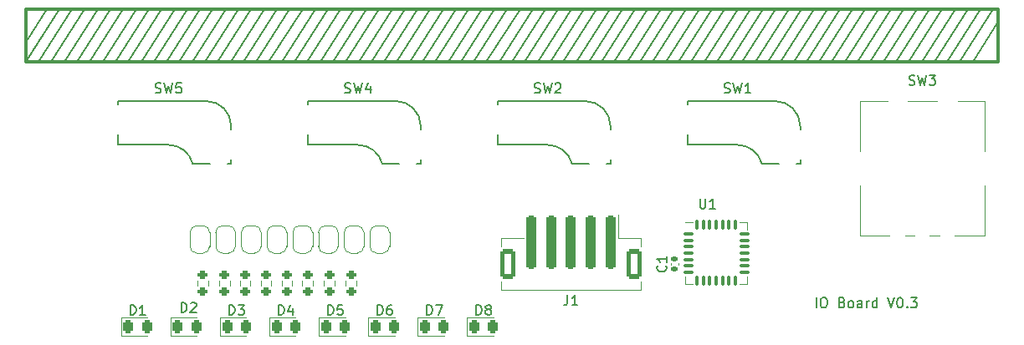
<source format=gto>
G04 #@! TF.GenerationSoftware,KiCad,Pcbnew,6.0.11-2627ca5db0~126~ubuntu22.04.1*
G04 #@! TF.CreationDate,2024-06-10T15:46:39-04:00*
G04 #@! TF.ProjectId,io-board,696f2d62-6f61-4726-942e-6b696361645f,rev?*
G04 #@! TF.SameCoordinates,Original*
G04 #@! TF.FileFunction,Legend,Top*
G04 #@! TF.FilePolarity,Positive*
%FSLAX46Y46*%
G04 Gerber Fmt 4.6, Leading zero omitted, Abs format (unit mm)*
G04 Created by KiCad (PCBNEW 6.0.11-2627ca5db0~126~ubuntu22.04.1) date 2024-06-10 15:46:39*
%MOMM*%
%LPD*%
G01*
G04 APERTURE LIST*
G04 Aperture macros list*
%AMRoundRect*
0 Rectangle with rounded corners*
0 $1 Rounding radius*
0 $2 $3 $4 $5 $6 $7 $8 $9 X,Y pos of 4 corners*
0 Add a 4 corners polygon primitive as box body*
4,1,4,$2,$3,$4,$5,$6,$7,$8,$9,$2,$3,0*
0 Add four circle primitives for the rounded corners*
1,1,$1+$1,$2,$3*
1,1,$1+$1,$4,$5*
1,1,$1+$1,$6,$7*
1,1,$1+$1,$8,$9*
0 Add four rect primitives between the rounded corners*
20,1,$1+$1,$2,$3,$4,$5,0*
20,1,$1+$1,$4,$5,$6,$7,0*
20,1,$1+$1,$6,$7,$8,$9,0*
20,1,$1+$1,$8,$9,$2,$3,0*%
%AMFreePoly0*
4,1,22,0.500000,-0.750000,0.000000,-0.750000,0.000000,-0.745033,-0.079941,-0.743568,-0.215256,-0.701293,-0.333266,-0.622738,-0.424486,-0.514219,-0.481581,-0.384460,-0.499164,-0.250000,-0.500000,-0.250000,-0.500000,0.250000,-0.499164,0.250000,-0.499963,0.256109,-0.478152,0.396186,-0.417904,0.524511,-0.324060,0.630769,-0.204165,0.706417,-0.067858,0.745374,0.000000,0.744959,0.000000,0.750000,
0.500000,0.750000,0.500000,-0.750000,0.500000,-0.750000,$1*%
%AMFreePoly1*
4,1,20,0.000000,0.744959,0.073905,0.744508,0.209726,0.703889,0.328688,0.626782,0.421226,0.519385,0.479903,0.390333,0.500000,0.250000,0.500000,-0.250000,0.499851,-0.262216,0.476331,-0.402017,0.414519,-0.529596,0.319384,-0.634700,0.198574,-0.708877,0.061801,-0.746166,0.000000,-0.745033,0.000000,-0.750000,-0.500000,-0.750000,-0.500000,0.750000,0.000000,0.750000,0.000000,0.744959,
0.000000,0.744959,$1*%
G04 Aperture macros list end*
%ADD10C,0.150000*%
%ADD11C,0.300000*%
%ADD12C,0.120000*%
%ADD13FreePoly0,90.000000*%
%ADD14FreePoly1,90.000000*%
%ADD15RoundRect,0.243750X-0.243750X-0.456250X0.243750X-0.456250X0.243750X0.456250X-0.243750X0.456250X0*%
%ADD16RoundRect,0.200000X-0.275000X0.200000X-0.275000X-0.200000X0.275000X-0.200000X0.275000X0.200000X0*%
%ADD17RoundRect,0.140000X-0.170000X0.140000X-0.170000X-0.140000X0.170000X-0.140000X0.170000X0.140000X0*%
%ADD18RoundRect,0.250000X0.250000X2.500000X-0.250000X2.500000X-0.250000X-2.500000X0.250000X-2.500000X0*%
%ADD19RoundRect,0.250000X0.550000X1.250000X-0.550000X1.250000X-0.550000X-1.250000X0.550000X-1.250000X0*%
%ADD20C,5.600000*%
%ADD21RoundRect,0.075000X-0.437500X-0.075000X0.437500X-0.075000X0.437500X0.075000X-0.437500X0.075000X0*%
%ADD22RoundRect,0.075000X-0.075000X-0.437500X0.075000X-0.437500X0.075000X0.437500X-0.075000X0.437500X0*%
%ADD23R,4.250000X4.250000*%
%ADD24C,1.524000*%
%ADD25O,2.900000X3.000000*%
%ADD26C,3.000000*%
%ADD27C,1.701800*%
%ADD28C,3.987800*%
%ADD29R,2.550000X2.500000*%
G04 APERTURE END LIST*
D10*
X109747598Y-69910000D02*
X106357598Y-75250000D01*
X168022598Y-69910000D02*
X164632598Y-75250000D01*
X122697598Y-69910000D02*
X119307598Y-75250000D01*
X101967598Y-69940000D02*
X98672598Y-75110000D01*
X139532598Y-69910000D02*
X136142598Y-75250000D01*
X166727598Y-69910000D02*
X163337598Y-75250000D01*
X131762598Y-69910000D02*
X128372598Y-75250000D01*
X191332598Y-69910000D02*
X187942598Y-75250000D01*
X127877598Y-69910000D02*
X124487598Y-75250000D01*
X161547598Y-69910000D02*
X158157598Y-75250000D01*
X125287598Y-69910000D02*
X121897598Y-75250000D01*
X116222598Y-69910000D02*
X112832598Y-75250000D01*
X153777598Y-69910000D02*
X150387598Y-75250000D01*
X191332598Y-69910000D02*
X187942598Y-75250000D01*
X162842598Y-69910000D02*
X159452598Y-75250000D01*
X105862598Y-69910000D02*
X102472598Y-75250000D01*
X143417598Y-69910000D02*
X140027598Y-75250000D01*
X174497598Y-69910000D02*
X171107598Y-75250000D01*
X108452598Y-69910000D02*
X105062598Y-75250000D01*
X147302598Y-69910000D02*
X143912598Y-75250000D01*
X105862598Y-69910000D02*
X102472598Y-75250000D01*
X193922598Y-69910000D02*
X190532598Y-75250000D01*
X171907598Y-69910000D02*
X168517598Y-75250000D01*
X183562598Y-69910000D02*
X180172598Y-75250000D01*
X147302598Y-69910000D02*
X143912598Y-75250000D01*
X156367598Y-69910000D02*
X152977598Y-75250000D01*
X169317598Y-69910000D02*
X165927598Y-75250000D01*
X135647598Y-69910000D02*
X132257598Y-75250000D01*
X144712598Y-69910000D02*
X141322598Y-75250000D01*
X120107598Y-69910000D02*
X116717598Y-75250000D01*
X178382598Y-69910000D02*
X174992598Y-75250000D01*
X148597598Y-69910000D02*
X145207598Y-75250000D01*
X153777598Y-69910000D02*
X150387598Y-75250000D01*
X117517598Y-69910000D02*
X114127598Y-75250000D01*
X175792598Y-69910000D02*
X172402598Y-75250000D01*
X195217598Y-69910000D02*
X191827598Y-75250000D01*
X157662598Y-69910000D02*
X154272598Y-75250000D01*
X100720098Y-69925000D02*
X98672598Y-73110000D01*
X184857598Y-69910000D02*
X181467598Y-75250000D01*
X182267598Y-69910000D02*
X178877598Y-75250000D01*
X186152598Y-69910000D02*
X182762598Y-75250000D01*
X157662598Y-69910000D02*
X154272598Y-75250000D01*
X170612598Y-69910000D02*
X167222598Y-75250000D01*
X125287598Y-69910000D02*
X121897598Y-75250000D01*
X155072598Y-69910000D02*
X151682598Y-75250000D01*
X142122598Y-69910000D02*
X138732598Y-75250000D01*
X195217598Y-69910000D02*
X191827598Y-75250000D01*
X112337598Y-69910000D02*
X108947598Y-75250000D01*
X192627598Y-69910000D02*
X189237598Y-75250000D01*
X184857598Y-69910000D02*
X181467598Y-75250000D01*
X107157598Y-69910000D02*
X103767598Y-75250000D01*
X133057598Y-69910000D02*
X129667598Y-75250000D01*
X188742598Y-69910000D02*
X185352598Y-75250000D01*
X195217598Y-69910000D02*
X191827598Y-75250000D01*
X138237598Y-69910000D02*
X134847598Y-75250000D01*
X140827598Y-69910000D02*
X137437598Y-75250000D01*
X109747598Y-69910000D02*
X106357598Y-75250000D01*
X136942598Y-69910000D02*
X133552598Y-75250000D01*
X175792598Y-69910000D02*
X172402598Y-75250000D01*
X144712598Y-69910000D02*
X141322598Y-75250000D01*
X165432598Y-69910000D02*
X162042598Y-75250000D01*
X136942598Y-69910000D02*
X133552598Y-75250000D01*
X195217598Y-69910000D02*
X191827598Y-75250000D01*
X130467598Y-69910000D02*
X127077598Y-75250000D01*
X123992598Y-69910000D02*
X120602598Y-75250000D01*
X161547598Y-69910000D02*
X158157598Y-75250000D01*
X149892598Y-69910000D02*
X146502598Y-75250000D01*
X173202598Y-69910000D02*
X169812598Y-75250000D01*
X121402598Y-69910000D02*
X118012598Y-75250000D01*
X178382598Y-69910000D02*
X174992598Y-75250000D01*
X117517598Y-69910000D02*
X114127598Y-75250000D01*
X192627598Y-69910000D02*
X189237598Y-75250000D01*
X187447598Y-69910000D02*
X184057598Y-75250000D01*
X114927598Y-69910000D02*
X111537598Y-75250000D01*
X108452598Y-69910000D02*
X105062598Y-75250000D01*
X118812598Y-69910000D02*
X115422598Y-75250000D01*
X196512598Y-69910000D02*
X193122598Y-75250000D01*
X122697598Y-69910000D02*
X119307598Y-75250000D01*
X170612598Y-69910000D02*
X167222598Y-75250000D01*
X129172598Y-69910000D02*
X125782598Y-75250000D01*
X111042598Y-69910000D02*
X107652598Y-75250000D01*
X127877598Y-69910000D02*
X124487598Y-75250000D01*
X103272598Y-69910000D02*
X99882598Y-75250000D01*
X103262598Y-69940000D02*
X99872598Y-75280000D01*
X155072598Y-69910000D02*
X151682598Y-75250000D01*
X194417598Y-75250000D02*
X196972598Y-71210000D01*
X113632598Y-69910000D02*
X110242598Y-75250000D01*
X182267598Y-69910000D02*
X178877598Y-75250000D01*
X113632598Y-69910000D02*
X110242598Y-75250000D01*
X196512598Y-69910000D02*
X193122598Y-75250000D01*
X196512598Y-69910000D02*
X193122598Y-75250000D01*
X142122598Y-69910000D02*
X138732598Y-75250000D01*
X139532598Y-69910000D02*
X136142598Y-75250000D01*
X179677598Y-69910000D02*
X176287598Y-75250000D01*
X102025098Y-69895000D02*
X98635098Y-75235000D01*
X190037598Y-69910000D02*
X186647598Y-75250000D01*
X134352598Y-69910000D02*
X130962598Y-75250000D01*
X158957598Y-69910000D02*
X155567598Y-75250000D01*
X104567598Y-69910000D02*
X101177598Y-75250000D01*
X151187598Y-69910000D02*
X147797598Y-75250000D01*
X188742598Y-69910000D02*
X185352598Y-75250000D01*
X152482598Y-69910000D02*
X149092598Y-75250000D01*
X121402598Y-69910000D02*
X118012598Y-75250000D01*
X140827598Y-69910000D02*
X137437598Y-75250000D01*
X114927598Y-69910000D02*
X111537598Y-75250000D01*
X179677598Y-69910000D02*
X176287598Y-75250000D01*
X104567598Y-69910000D02*
X101177598Y-75250000D01*
X134352598Y-69910000D02*
X130962598Y-75250000D01*
X111042598Y-69910000D02*
X107652598Y-75250000D01*
X123992598Y-69910000D02*
X120602598Y-75250000D01*
X164137598Y-69910000D02*
X160747598Y-75250000D01*
X177087598Y-69910000D02*
X173697598Y-75250000D01*
X180972598Y-69910000D02*
X177582598Y-75250000D01*
X193922598Y-69910000D02*
X190532598Y-75250000D01*
X112337598Y-69910000D02*
X108947598Y-75250000D01*
X171907598Y-69910000D02*
X168517598Y-75250000D01*
X173202598Y-69910000D02*
X169812598Y-75250000D01*
X166727598Y-69910000D02*
X163337598Y-75250000D01*
X149892598Y-69910000D02*
X146502598Y-75250000D01*
X160252598Y-69910000D02*
X156862598Y-75250000D01*
X138237598Y-69910000D02*
X134847598Y-75250000D01*
X146007598Y-69910000D02*
X142617598Y-75250000D01*
X126582598Y-69910000D02*
X123192598Y-75250000D01*
X165432598Y-69910000D02*
X162042598Y-75250000D01*
X131762598Y-69910000D02*
X128372598Y-75250000D01*
X152482598Y-69910000D02*
X149092598Y-75250000D01*
X130467598Y-69910000D02*
X127077598Y-75250000D01*
X160252598Y-69910000D02*
X156862598Y-75250000D01*
X187447598Y-69910000D02*
X184057598Y-75250000D01*
X158957598Y-69910000D02*
X155567598Y-75250000D01*
X129172598Y-69910000D02*
X125782598Y-75250000D01*
X196512598Y-69910000D02*
X193122598Y-75250000D01*
X180972598Y-69910000D02*
X177582598Y-75250000D01*
X148597598Y-69910000D02*
X145207598Y-75250000D01*
X174497598Y-69910000D02*
X171107598Y-75250000D01*
X164137598Y-69910000D02*
X160747598Y-75250000D01*
X186152598Y-69910000D02*
X182762598Y-75250000D01*
X126582598Y-69910000D02*
X123192598Y-75250000D01*
X151187598Y-69910000D02*
X147797598Y-75250000D01*
X168022598Y-69910000D02*
X164632598Y-75250000D01*
X162842598Y-69910000D02*
X159452598Y-75250000D01*
X102015098Y-69925000D02*
X98625098Y-75265000D01*
X146007598Y-69910000D02*
X142617598Y-75250000D01*
X135647598Y-69910000D02*
X132257598Y-75250000D01*
X116222598Y-69910000D02*
X112832598Y-75250000D01*
X143417598Y-69910000D02*
X140027598Y-75250000D01*
X107157598Y-69910000D02*
X103767598Y-75250000D01*
X190037598Y-69910000D02*
X186647598Y-75250000D01*
X169317598Y-69910000D02*
X165927598Y-75250000D01*
X177087598Y-69910000D02*
X173697598Y-75250000D01*
X118812598Y-69910000D02*
X115422598Y-75250000D01*
X133057598Y-69910000D02*
X129667598Y-75250000D01*
X183562598Y-69910000D02*
X180172598Y-75250000D01*
X156367598Y-69910000D02*
X152977598Y-75250000D01*
X120107598Y-69910000D02*
X116717598Y-75250000D01*
D11*
X98592598Y-69950000D02*
X196972598Y-69950000D01*
X196972598Y-69950000D02*
X196972598Y-75250000D01*
X196972598Y-75250000D02*
X98592598Y-75250000D01*
X98592598Y-75250000D02*
X98592598Y-69950000D01*
D10*
X178578571Y-100152380D02*
X178578571Y-99152380D01*
X179245238Y-99152380D02*
X179435714Y-99152380D01*
X179530952Y-99200000D01*
X179626190Y-99295238D01*
X179673809Y-99485714D01*
X179673809Y-99819047D01*
X179626190Y-100009523D01*
X179530952Y-100104761D01*
X179435714Y-100152380D01*
X179245238Y-100152380D01*
X179150000Y-100104761D01*
X179054761Y-100009523D01*
X179007142Y-99819047D01*
X179007142Y-99485714D01*
X179054761Y-99295238D01*
X179150000Y-99200000D01*
X179245238Y-99152380D01*
X181197619Y-99628571D02*
X181340476Y-99676190D01*
X181388095Y-99723809D01*
X181435714Y-99819047D01*
X181435714Y-99961904D01*
X181388095Y-100057142D01*
X181340476Y-100104761D01*
X181245238Y-100152380D01*
X180864285Y-100152380D01*
X180864285Y-99152380D01*
X181197619Y-99152380D01*
X181292857Y-99200000D01*
X181340476Y-99247619D01*
X181388095Y-99342857D01*
X181388095Y-99438095D01*
X181340476Y-99533333D01*
X181292857Y-99580952D01*
X181197619Y-99628571D01*
X180864285Y-99628571D01*
X182007142Y-100152380D02*
X181911904Y-100104761D01*
X181864285Y-100057142D01*
X181816666Y-99961904D01*
X181816666Y-99676190D01*
X181864285Y-99580952D01*
X181911904Y-99533333D01*
X182007142Y-99485714D01*
X182150000Y-99485714D01*
X182245238Y-99533333D01*
X182292857Y-99580952D01*
X182340476Y-99676190D01*
X182340476Y-99961904D01*
X182292857Y-100057142D01*
X182245238Y-100104761D01*
X182150000Y-100152380D01*
X182007142Y-100152380D01*
X183197619Y-100152380D02*
X183197619Y-99628571D01*
X183150000Y-99533333D01*
X183054761Y-99485714D01*
X182864285Y-99485714D01*
X182769047Y-99533333D01*
X183197619Y-100104761D02*
X183102380Y-100152380D01*
X182864285Y-100152380D01*
X182769047Y-100104761D01*
X182721428Y-100009523D01*
X182721428Y-99914285D01*
X182769047Y-99819047D01*
X182864285Y-99771428D01*
X183102380Y-99771428D01*
X183197619Y-99723809D01*
X183673809Y-100152380D02*
X183673809Y-99485714D01*
X183673809Y-99676190D02*
X183721428Y-99580952D01*
X183769047Y-99533333D01*
X183864285Y-99485714D01*
X183959523Y-99485714D01*
X184721428Y-100152380D02*
X184721428Y-99152380D01*
X184721428Y-100104761D02*
X184626190Y-100152380D01*
X184435714Y-100152380D01*
X184340476Y-100104761D01*
X184292857Y-100057142D01*
X184245238Y-99961904D01*
X184245238Y-99676190D01*
X184292857Y-99580952D01*
X184340476Y-99533333D01*
X184435714Y-99485714D01*
X184626190Y-99485714D01*
X184721428Y-99533333D01*
X185816666Y-99152380D02*
X186150000Y-100152380D01*
X186483333Y-99152380D01*
X187007142Y-99152380D02*
X187102380Y-99152380D01*
X187197619Y-99200000D01*
X187245238Y-99247619D01*
X187292857Y-99342857D01*
X187340476Y-99533333D01*
X187340476Y-99771428D01*
X187292857Y-99961904D01*
X187245238Y-100057142D01*
X187197619Y-100104761D01*
X187102380Y-100152380D01*
X187007142Y-100152380D01*
X186911904Y-100104761D01*
X186864285Y-100057142D01*
X186816666Y-99961904D01*
X186769047Y-99771428D01*
X186769047Y-99533333D01*
X186816666Y-99342857D01*
X186864285Y-99247619D01*
X186911904Y-99200000D01*
X187007142Y-99152380D01*
X187769047Y-100057142D02*
X187816666Y-100104761D01*
X187769047Y-100152380D01*
X187721428Y-100104761D01*
X187769047Y-100057142D01*
X187769047Y-100152380D01*
X188150000Y-99152380D02*
X188769047Y-99152380D01*
X188435714Y-99533333D01*
X188578571Y-99533333D01*
X188673809Y-99580952D01*
X188721428Y-99628571D01*
X188769047Y-99723809D01*
X188769047Y-99961904D01*
X188721428Y-100057142D01*
X188673809Y-100104761D01*
X188578571Y-100152380D01*
X188292857Y-100152380D01*
X188197619Y-100104761D01*
X188150000Y-100057142D01*
X119161904Y-100902380D02*
X119161904Y-99902380D01*
X119400000Y-99902380D01*
X119542857Y-99950000D01*
X119638095Y-100045238D01*
X119685714Y-100140476D01*
X119733333Y-100330952D01*
X119733333Y-100473809D01*
X119685714Y-100664285D01*
X119638095Y-100759523D01*
X119542857Y-100854761D01*
X119400000Y-100902380D01*
X119161904Y-100902380D01*
X120066666Y-99902380D02*
X120685714Y-99902380D01*
X120352380Y-100283333D01*
X120495238Y-100283333D01*
X120590476Y-100330952D01*
X120638095Y-100378571D01*
X120685714Y-100473809D01*
X120685714Y-100711904D01*
X120638095Y-100807142D01*
X120590476Y-100854761D01*
X120495238Y-100902380D01*
X120209523Y-100902380D01*
X120114285Y-100854761D01*
X120066666Y-100807142D01*
X129161904Y-100902380D02*
X129161904Y-99902380D01*
X129400000Y-99902380D01*
X129542857Y-99950000D01*
X129638095Y-100045238D01*
X129685714Y-100140476D01*
X129733333Y-100330952D01*
X129733333Y-100473809D01*
X129685714Y-100664285D01*
X129638095Y-100759523D01*
X129542857Y-100854761D01*
X129400000Y-100902380D01*
X129161904Y-100902380D01*
X130638095Y-99902380D02*
X130161904Y-99902380D01*
X130114285Y-100378571D01*
X130161904Y-100330952D01*
X130257142Y-100283333D01*
X130495238Y-100283333D01*
X130590476Y-100330952D01*
X130638095Y-100378571D01*
X130685714Y-100473809D01*
X130685714Y-100711904D01*
X130638095Y-100807142D01*
X130590476Y-100854761D01*
X130495238Y-100902380D01*
X130257142Y-100902380D01*
X130161904Y-100854761D01*
X130114285Y-100807142D01*
X163357142Y-95916666D02*
X163404761Y-95964285D01*
X163452380Y-96107142D01*
X163452380Y-96202380D01*
X163404761Y-96345238D01*
X163309523Y-96440476D01*
X163214285Y-96488095D01*
X163023809Y-96535714D01*
X162880952Y-96535714D01*
X162690476Y-96488095D01*
X162595238Y-96440476D01*
X162500000Y-96345238D01*
X162452380Y-96202380D01*
X162452380Y-96107142D01*
X162500000Y-95964285D01*
X162547619Y-95916666D01*
X163452380Y-94964285D02*
X163452380Y-95535714D01*
X163452380Y-95250000D02*
X162452380Y-95250000D01*
X162595238Y-95345238D01*
X162690476Y-95440476D01*
X162738095Y-95535714D01*
X144161904Y-100902380D02*
X144161904Y-99902380D01*
X144400000Y-99902380D01*
X144542857Y-99950000D01*
X144638095Y-100045238D01*
X144685714Y-100140476D01*
X144733333Y-100330952D01*
X144733333Y-100473809D01*
X144685714Y-100664285D01*
X144638095Y-100759523D01*
X144542857Y-100854761D01*
X144400000Y-100902380D01*
X144161904Y-100902380D01*
X145304761Y-100330952D02*
X145209523Y-100283333D01*
X145161904Y-100235714D01*
X145114285Y-100140476D01*
X145114285Y-100092857D01*
X145161904Y-99997619D01*
X145209523Y-99950000D01*
X145304761Y-99902380D01*
X145495238Y-99902380D01*
X145590476Y-99950000D01*
X145638095Y-99997619D01*
X145685714Y-100092857D01*
X145685714Y-100140476D01*
X145638095Y-100235714D01*
X145590476Y-100283333D01*
X145495238Y-100330952D01*
X145304761Y-100330952D01*
X145209523Y-100378571D01*
X145161904Y-100426190D01*
X145114285Y-100521428D01*
X145114285Y-100711904D01*
X145161904Y-100807142D01*
X145209523Y-100854761D01*
X145304761Y-100902380D01*
X145495238Y-100902380D01*
X145590476Y-100854761D01*
X145638095Y-100807142D01*
X145685714Y-100711904D01*
X145685714Y-100521428D01*
X145638095Y-100426190D01*
X145590476Y-100378571D01*
X145495238Y-100330952D01*
X109161904Y-100902380D02*
X109161904Y-99902380D01*
X109400000Y-99902380D01*
X109542857Y-99950000D01*
X109638095Y-100045238D01*
X109685714Y-100140476D01*
X109733333Y-100330952D01*
X109733333Y-100473809D01*
X109685714Y-100664285D01*
X109638095Y-100759523D01*
X109542857Y-100854761D01*
X109400000Y-100902380D01*
X109161904Y-100902380D01*
X110685714Y-100902380D02*
X110114285Y-100902380D01*
X110400000Y-100902380D02*
X110400000Y-99902380D01*
X110304761Y-100045238D01*
X110209523Y-100140476D01*
X110114285Y-100188095D01*
X153416666Y-98902380D02*
X153416666Y-99616666D01*
X153369047Y-99759523D01*
X153273809Y-99854761D01*
X153130952Y-99902380D01*
X153035714Y-99902380D01*
X154416666Y-99902380D02*
X153845238Y-99902380D01*
X154130952Y-99902380D02*
X154130952Y-98902380D01*
X154035714Y-99045238D01*
X153940476Y-99140476D01*
X153845238Y-99188095D01*
X114311904Y-100652380D02*
X114311904Y-99652380D01*
X114550000Y-99652380D01*
X114692857Y-99700000D01*
X114788095Y-99795238D01*
X114835714Y-99890476D01*
X114883333Y-100080952D01*
X114883333Y-100223809D01*
X114835714Y-100414285D01*
X114788095Y-100509523D01*
X114692857Y-100604761D01*
X114550000Y-100652380D01*
X114311904Y-100652380D01*
X115264285Y-99747619D02*
X115311904Y-99700000D01*
X115407142Y-99652380D01*
X115645238Y-99652380D01*
X115740476Y-99700000D01*
X115788095Y-99747619D01*
X115835714Y-99842857D01*
X115835714Y-99938095D01*
X115788095Y-100080952D01*
X115216666Y-100652380D01*
X115835714Y-100652380D01*
X124161904Y-100902380D02*
X124161904Y-99902380D01*
X124400000Y-99902380D01*
X124542857Y-99950000D01*
X124638095Y-100045238D01*
X124685714Y-100140476D01*
X124733333Y-100330952D01*
X124733333Y-100473809D01*
X124685714Y-100664285D01*
X124638095Y-100759523D01*
X124542857Y-100854761D01*
X124400000Y-100902380D01*
X124161904Y-100902380D01*
X125590476Y-100235714D02*
X125590476Y-100902380D01*
X125352380Y-99854761D02*
X125114285Y-100569047D01*
X125733333Y-100569047D01*
X134161904Y-100902380D02*
X134161904Y-99902380D01*
X134400000Y-99902380D01*
X134542857Y-99950000D01*
X134638095Y-100045238D01*
X134685714Y-100140476D01*
X134733333Y-100330952D01*
X134733333Y-100473809D01*
X134685714Y-100664285D01*
X134638095Y-100759523D01*
X134542857Y-100854761D01*
X134400000Y-100902380D01*
X134161904Y-100902380D01*
X135590476Y-99902380D02*
X135400000Y-99902380D01*
X135304761Y-99950000D01*
X135257142Y-99997619D01*
X135161904Y-100140476D01*
X135114285Y-100330952D01*
X135114285Y-100711904D01*
X135161904Y-100807142D01*
X135209523Y-100854761D01*
X135304761Y-100902380D01*
X135495238Y-100902380D01*
X135590476Y-100854761D01*
X135638095Y-100807142D01*
X135685714Y-100711904D01*
X135685714Y-100473809D01*
X135638095Y-100378571D01*
X135590476Y-100330952D01*
X135495238Y-100283333D01*
X135304761Y-100283333D01*
X135209523Y-100330952D01*
X135161904Y-100378571D01*
X135114285Y-100473809D01*
X166800693Y-89112380D02*
X166800693Y-89921904D01*
X166848312Y-90017142D01*
X166895931Y-90064761D01*
X166991169Y-90112380D01*
X167181645Y-90112380D01*
X167276883Y-90064761D01*
X167324502Y-90017142D01*
X167372121Y-89921904D01*
X167372121Y-89112380D01*
X168372121Y-90112380D02*
X167800693Y-90112380D01*
X168086407Y-90112380D02*
X168086407Y-89112380D01*
X167991169Y-89255238D01*
X167895931Y-89350476D01*
X167800693Y-89398095D01*
X139161904Y-100902380D02*
X139161904Y-99902380D01*
X139400000Y-99902380D01*
X139542857Y-99950000D01*
X139638095Y-100045238D01*
X139685714Y-100140476D01*
X139733333Y-100330952D01*
X139733333Y-100473809D01*
X139685714Y-100664285D01*
X139638095Y-100759523D01*
X139542857Y-100854761D01*
X139400000Y-100902380D01*
X139161904Y-100902380D01*
X140066666Y-99902380D02*
X140733333Y-99902380D01*
X140304761Y-100902380D01*
X187966666Y-77554761D02*
X188109523Y-77602380D01*
X188347619Y-77602380D01*
X188442857Y-77554761D01*
X188490476Y-77507142D01*
X188538095Y-77411904D01*
X188538095Y-77316666D01*
X188490476Y-77221428D01*
X188442857Y-77173809D01*
X188347619Y-77126190D01*
X188157142Y-77078571D01*
X188061904Y-77030952D01*
X188014285Y-76983333D01*
X187966666Y-76888095D01*
X187966666Y-76792857D01*
X188014285Y-76697619D01*
X188061904Y-76650000D01*
X188157142Y-76602380D01*
X188395238Y-76602380D01*
X188538095Y-76650000D01*
X188871428Y-76602380D02*
X189109523Y-77602380D01*
X189300000Y-76888095D01*
X189490476Y-77602380D01*
X189728571Y-76602380D01*
X190014285Y-76602380D02*
X190633333Y-76602380D01*
X190300000Y-76983333D01*
X190442857Y-76983333D01*
X190538095Y-77030952D01*
X190585714Y-77078571D01*
X190633333Y-77173809D01*
X190633333Y-77411904D01*
X190585714Y-77507142D01*
X190538095Y-77554761D01*
X190442857Y-77602380D01*
X190157142Y-77602380D01*
X190061904Y-77554761D01*
X190014285Y-77507142D01*
X150069264Y-78359761D02*
X150212121Y-78407380D01*
X150450217Y-78407380D01*
X150545455Y-78359761D01*
X150593074Y-78312142D01*
X150640693Y-78216904D01*
X150640693Y-78121666D01*
X150593074Y-78026428D01*
X150545455Y-77978809D01*
X150450217Y-77931190D01*
X150259740Y-77883571D01*
X150164502Y-77835952D01*
X150116883Y-77788333D01*
X150069264Y-77693095D01*
X150069264Y-77597857D01*
X150116883Y-77502619D01*
X150164502Y-77455000D01*
X150259740Y-77407380D01*
X150497836Y-77407380D01*
X150640693Y-77455000D01*
X150974026Y-77407380D02*
X151212121Y-78407380D01*
X151402598Y-77693095D01*
X151593074Y-78407380D01*
X151831169Y-77407380D01*
X152164502Y-77502619D02*
X152212121Y-77455000D01*
X152307359Y-77407380D01*
X152545455Y-77407380D01*
X152640693Y-77455000D01*
X152688312Y-77502619D01*
X152735931Y-77597857D01*
X152735931Y-77693095D01*
X152688312Y-77835952D01*
X152116883Y-78407380D01*
X152735931Y-78407380D01*
X130869264Y-78359761D02*
X131012121Y-78407380D01*
X131250217Y-78407380D01*
X131345455Y-78359761D01*
X131393074Y-78312142D01*
X131440693Y-78216904D01*
X131440693Y-78121666D01*
X131393074Y-78026428D01*
X131345455Y-77978809D01*
X131250217Y-77931190D01*
X131059740Y-77883571D01*
X130964502Y-77835952D01*
X130916883Y-77788333D01*
X130869264Y-77693095D01*
X130869264Y-77597857D01*
X130916883Y-77502619D01*
X130964502Y-77455000D01*
X131059740Y-77407380D01*
X131297836Y-77407380D01*
X131440693Y-77455000D01*
X131774026Y-77407380D02*
X132012121Y-78407380D01*
X132202598Y-77693095D01*
X132393074Y-78407380D01*
X132631169Y-77407380D01*
X133440693Y-77740714D02*
X133440693Y-78407380D01*
X133202598Y-77359761D02*
X132964502Y-78074047D01*
X133583550Y-78074047D01*
X169279264Y-78359761D02*
X169422121Y-78407380D01*
X169660217Y-78407380D01*
X169755455Y-78359761D01*
X169803074Y-78312142D01*
X169850693Y-78216904D01*
X169850693Y-78121666D01*
X169803074Y-78026428D01*
X169755455Y-77978809D01*
X169660217Y-77931190D01*
X169469740Y-77883571D01*
X169374502Y-77835952D01*
X169326883Y-77788333D01*
X169279264Y-77693095D01*
X169279264Y-77597857D01*
X169326883Y-77502619D01*
X169374502Y-77455000D01*
X169469740Y-77407380D01*
X169707836Y-77407380D01*
X169850693Y-77455000D01*
X170184026Y-77407380D02*
X170422121Y-78407380D01*
X170612598Y-77693095D01*
X170803074Y-78407380D01*
X171041169Y-77407380D01*
X171945931Y-78407380D02*
X171374502Y-78407380D01*
X171660217Y-78407380D02*
X171660217Y-77407380D01*
X171564978Y-77550238D01*
X171469740Y-77645476D01*
X171374502Y-77693095D01*
X111689264Y-78359760D02*
X111832121Y-78407379D01*
X112070217Y-78407379D01*
X112165455Y-78359760D01*
X112213074Y-78312141D01*
X112260693Y-78216903D01*
X112260693Y-78121665D01*
X112213074Y-78026427D01*
X112165455Y-77978808D01*
X112070217Y-77931189D01*
X111879740Y-77883570D01*
X111784502Y-77835951D01*
X111736883Y-77788332D01*
X111689264Y-77693094D01*
X111689264Y-77597856D01*
X111736883Y-77502618D01*
X111784502Y-77454999D01*
X111879740Y-77407379D01*
X112117836Y-77407379D01*
X112260693Y-77454999D01*
X112594026Y-77407379D02*
X112832121Y-78407379D01*
X113022598Y-77693094D01*
X113213074Y-78407379D01*
X113451169Y-77407379D01*
X114308312Y-77407379D02*
X113832121Y-77407379D01*
X113784502Y-77883570D01*
X113832121Y-77835951D01*
X113927359Y-77788332D01*
X114165455Y-77788332D01*
X114260693Y-77835951D01*
X114308312Y-77883570D01*
X114355931Y-77978808D01*
X114355931Y-78216903D01*
X114308312Y-78312141D01*
X114260693Y-78359760D01*
X114165455Y-78407379D01*
X113927359Y-78407379D01*
X113832121Y-78359760D01*
X113784502Y-78312141D01*
D12*
X116500000Y-94650000D02*
X115900000Y-94650000D01*
X117200000Y-92550000D02*
X117200000Y-93950000D01*
X115900000Y-91850000D02*
X116500000Y-91850000D01*
X115200000Y-93950000D02*
X115200000Y-92550000D01*
X116500000Y-94650000D02*
G75*
G03*
X117200000Y-93950000I1J699999D01*
G01*
X115900000Y-91850000D02*
G75*
G03*
X115200000Y-92550000I0J-700000D01*
G01*
X115200000Y-93950000D02*
G75*
G03*
X115900000Y-94650000I699999J-1D01*
G01*
X117200000Y-92550000D02*
G75*
G03*
X116500000Y-91850000I-700000J0D01*
G01*
X120900000Y-101140000D02*
X118215000Y-101140000D01*
X118215000Y-101140000D02*
X118215000Y-103060000D01*
X118215000Y-103060000D02*
X120900000Y-103060000D01*
X128200000Y-93950000D02*
X128200000Y-92550000D01*
X129500000Y-94650000D02*
X128900000Y-94650000D01*
X130200000Y-92550000D02*
X130200000Y-93950000D01*
X128900000Y-91850000D02*
X129500000Y-91850000D01*
X128900000Y-91850000D02*
G75*
G03*
X128200000Y-92550000I0J-700000D01*
G01*
X128200000Y-93950000D02*
G75*
G03*
X128900000Y-94650000I699999J-1D01*
G01*
X130200000Y-92550000D02*
G75*
G03*
X129500000Y-91850000I-700000J0D01*
G01*
X129500000Y-94650000D02*
G75*
G03*
X130200000Y-93950000I1J699999D01*
G01*
X119222500Y-97462742D02*
X119222500Y-97937258D01*
X118177500Y-97462742D02*
X118177500Y-97937258D01*
X119100000Y-94650000D02*
X118500000Y-94650000D01*
X119800000Y-92550000D02*
X119800000Y-93950000D01*
X118500000Y-91850000D02*
X119100000Y-91850000D01*
X117800000Y-93950000D02*
X117800000Y-92550000D01*
X119100000Y-94650000D02*
G75*
G03*
X119800000Y-93950000I1J699999D01*
G01*
X119800000Y-92550000D02*
G75*
G03*
X119100000Y-91850000I-700000J0D01*
G01*
X118500000Y-91850000D02*
G75*
G03*
X117800000Y-92550000I0J-700000D01*
G01*
X117800000Y-93950000D02*
G75*
G03*
X118500000Y-94650000I699999J-1D01*
G01*
X123422500Y-97462742D02*
X123422500Y-97937258D01*
X122377500Y-97462742D02*
X122377500Y-97937258D01*
X128215000Y-101140000D02*
X128215000Y-103060000D01*
X130900000Y-101140000D02*
X128215000Y-101140000D01*
X128215000Y-103060000D02*
X130900000Y-103060000D01*
X133400000Y-93950000D02*
X133400000Y-92550000D01*
X134700000Y-94650000D02*
X134100000Y-94650000D01*
X135400000Y-92550000D02*
X135400000Y-93950000D01*
X134100000Y-91850000D02*
X134700000Y-91850000D01*
X134100000Y-91850000D02*
G75*
G03*
X133400000Y-92550000I0J-700000D01*
G01*
X135400000Y-92550000D02*
G75*
G03*
X134700000Y-91850000I-700000J0D01*
G01*
X133400000Y-93950000D02*
G75*
G03*
X134100000Y-94650000I699999J-1D01*
G01*
X134700000Y-94650000D02*
G75*
G03*
X135400000Y-93950000I1J699999D01*
G01*
X164610000Y-95642164D02*
X164610000Y-95857836D01*
X163890000Y-95642164D02*
X163890000Y-95857836D01*
X127600000Y-92550000D02*
X127600000Y-93950000D01*
X126300000Y-91850000D02*
X126900000Y-91850000D01*
X126900000Y-94650000D02*
X126300000Y-94650000D01*
X125600000Y-93950000D02*
X125600000Y-92550000D01*
X126900000Y-94650000D02*
G75*
G03*
X127600000Y-93950000I1J699999D01*
G01*
X125600000Y-93950000D02*
G75*
G03*
X126300000Y-94650000I699999J-1D01*
G01*
X126300000Y-91850000D02*
G75*
G03*
X125600000Y-92550000I0J-700000D01*
G01*
X127600000Y-92550000D02*
G75*
G03*
X126900000Y-91850000I-700000J0D01*
G01*
X122400000Y-92550000D02*
X122400000Y-93950000D01*
X120400000Y-93950000D02*
X120400000Y-92550000D01*
X121100000Y-91850000D02*
X121700000Y-91850000D01*
X121700000Y-94650000D02*
X121100000Y-94650000D01*
X122400000Y-92550000D02*
G75*
G03*
X121700000Y-91850000I-700000J0D01*
G01*
X121700000Y-94650000D02*
G75*
G03*
X122400000Y-93950000I1J699999D01*
G01*
X120400000Y-93950000D02*
G75*
G03*
X121100000Y-94650000I699999J-1D01*
G01*
X121100000Y-91850000D02*
G75*
G03*
X120400000Y-92550000I0J-700000D01*
G01*
X143215000Y-103060000D02*
X145900000Y-103060000D01*
X145900000Y-101140000D02*
X143215000Y-101140000D01*
X143215000Y-101140000D02*
X143215000Y-103060000D01*
X124300000Y-94650000D02*
X123700000Y-94650000D01*
X125000000Y-92550000D02*
X125000000Y-93950000D01*
X123700000Y-91850000D02*
X124300000Y-91850000D01*
X123000000Y-93950000D02*
X123000000Y-92550000D01*
X123000000Y-93950000D02*
G75*
G03*
X123700000Y-94650000I699999J-1D01*
G01*
X124300000Y-94650000D02*
G75*
G03*
X125000000Y-93950000I1J699999D01*
G01*
X123700000Y-91850000D02*
G75*
G03*
X123000000Y-92550000I0J-700000D01*
G01*
X125000000Y-92550000D02*
G75*
G03*
X124300000Y-91850000I-700000J0D01*
G01*
X125522500Y-97437742D02*
X125522500Y-97912258D01*
X124477500Y-97437742D02*
X124477500Y-97912258D01*
X128777500Y-97437742D02*
X128777500Y-97912258D01*
X129822500Y-97437742D02*
X129822500Y-97912258D01*
X108215000Y-101140000D02*
X108215000Y-103060000D01*
X110900000Y-101140000D02*
X108215000Y-101140000D01*
X108215000Y-103060000D02*
X110900000Y-103060000D01*
X146665000Y-98360000D02*
X146665000Y-97510000D01*
X160835000Y-93140000D02*
X158510000Y-93140000D01*
X160835000Y-93990000D02*
X160835000Y-93140000D01*
X160835000Y-97510000D02*
X160835000Y-98360000D01*
X160835000Y-98360000D02*
X146665000Y-98360000D01*
X158510000Y-93140000D02*
X158510000Y-90750000D01*
X146665000Y-93990000D02*
X146665000Y-93140000D01*
X146665000Y-93140000D02*
X148990000Y-93140000D01*
X120277500Y-97462742D02*
X120277500Y-97937258D01*
X121322500Y-97462742D02*
X121322500Y-97937258D01*
X130977500Y-97437742D02*
X130977500Y-97912258D01*
X132022500Y-97437742D02*
X132022500Y-97912258D01*
X115900000Y-101140000D02*
X113215000Y-101140000D01*
X113215000Y-101140000D02*
X113215000Y-103060000D01*
X113215000Y-103060000D02*
X115900000Y-103060000D01*
X125900000Y-101140000D02*
X123215000Y-101140000D01*
X123215000Y-101140000D02*
X123215000Y-103060000D01*
X123215000Y-103060000D02*
X125900000Y-103060000D01*
X117022500Y-97462742D02*
X117022500Y-97937258D01*
X115977500Y-97462742D02*
X115977500Y-97937258D01*
X133215000Y-101140000D02*
X133215000Y-103060000D01*
X135900000Y-101140000D02*
X133215000Y-101140000D01*
X133215000Y-103060000D02*
X135900000Y-103060000D01*
X171562598Y-97740000D02*
X171562598Y-96990000D01*
X170812598Y-97740000D02*
X171562598Y-97740000D01*
X166092598Y-97740000D02*
X165342598Y-97740000D01*
X166092598Y-91520000D02*
X165342598Y-91520000D01*
X170812598Y-91520000D02*
X171562598Y-91520000D01*
X171562598Y-91520000D02*
X171562598Y-92270000D01*
X165342598Y-97740000D02*
X165342598Y-96990000D01*
X138215000Y-103060000D02*
X140900000Y-103060000D01*
X140900000Y-101140000D02*
X138215000Y-101140000D01*
X138215000Y-101140000D02*
X138215000Y-103060000D01*
X132800000Y-92550000D02*
X132800000Y-93950000D01*
X131500000Y-91850000D02*
X132100000Y-91850000D01*
X130800000Y-93950000D02*
X130800000Y-92550000D01*
X132100000Y-94650000D02*
X131500000Y-94650000D01*
X131500000Y-91850000D02*
G75*
G03*
X130800000Y-92550000I0J-700000D01*
G01*
X130800000Y-93950000D02*
G75*
G03*
X131500000Y-94650000I699999J-1D01*
G01*
X132100000Y-94650000D02*
G75*
G03*
X132800000Y-93950000I1J699999D01*
G01*
X132800000Y-92550000D02*
G75*
G03*
X132100000Y-91850000I-700000J0D01*
G01*
X127622500Y-97437742D02*
X127622500Y-97912258D01*
X126577500Y-97437742D02*
X126577500Y-97912258D01*
X187800000Y-79250000D02*
X190800000Y-79250000D01*
X192900000Y-79250000D02*
X195600000Y-79250000D01*
X183000000Y-84300000D02*
X183000000Y-79250000D01*
X187550000Y-92850000D02*
X188550000Y-92850000D01*
X186000000Y-92850000D02*
X183000000Y-92850000D01*
X183000000Y-79250000D02*
X185800000Y-79250000D01*
X192600000Y-92850000D02*
X195600000Y-92850000D01*
X190050000Y-92850000D02*
X191050000Y-92850000D01*
X183000000Y-92850000D02*
X183000000Y-87800000D01*
X195600000Y-87800000D02*
X195600000Y-92850000D01*
X195600000Y-79250000D02*
X195600000Y-84300000D01*
D10*
X155212598Y-79225000D02*
X146322598Y-79225000D01*
X157752598Y-81765000D02*
X157752598Y-82146000D01*
X146322598Y-83670000D02*
X151402598Y-83670000D01*
X157752598Y-85194000D02*
X157752598Y-85575000D01*
X146322598Y-79225000D02*
X146322598Y-79606000D01*
X146322598Y-82654000D02*
X146322598Y-83670000D01*
X153866760Y-85575000D02*
X155593598Y-85575000D01*
X157371598Y-85575000D02*
X157752598Y-85575000D01*
X157752598Y-81765000D02*
G75*
G03*
X155212598Y-79225000I-2540001J-1D01*
G01*
X153866759Y-85593960D02*
G75*
G03*
X151402598Y-83670000I-2464161J-616039D01*
G01*
X138552598Y-81765000D02*
X138552598Y-82146000D01*
X127122598Y-82654000D02*
X127122598Y-83670000D01*
X127122598Y-79225000D02*
X127122598Y-79606000D01*
X138171598Y-85575000D02*
X138552598Y-85575000D01*
X136012598Y-79225000D02*
X127122598Y-79225000D01*
X138552598Y-85194000D02*
X138552598Y-85575000D01*
X127122598Y-83670000D02*
X132202598Y-83670000D01*
X134666760Y-85575000D02*
X136393598Y-85575000D01*
X134666759Y-85593960D02*
G75*
G03*
X132202598Y-83670000I-2464161J-616039D01*
G01*
X138552598Y-81765000D02*
G75*
G03*
X136012598Y-79225000I-2540001J-1D01*
G01*
X176962598Y-85194000D02*
X176962598Y-85575000D01*
X176581598Y-85575000D02*
X176962598Y-85575000D01*
X165532598Y-83670000D02*
X170612598Y-83670000D01*
X174422598Y-79225000D02*
X165532598Y-79225000D01*
X176962598Y-81765000D02*
X176962598Y-82146000D01*
X165532598Y-82654000D02*
X165532598Y-83670000D01*
X165532598Y-79225000D02*
X165532598Y-79606000D01*
X173076760Y-85575000D02*
X174803598Y-85575000D01*
X176962598Y-81765000D02*
G75*
G03*
X174422598Y-79225000I-2540001J-1D01*
G01*
X173076759Y-85593960D02*
G75*
G03*
X170612598Y-83670000I-2464161J-616039D01*
G01*
X118991598Y-85574999D02*
X119372598Y-85574999D01*
X115486760Y-85574999D02*
X117213598Y-85574999D01*
X107942598Y-82653999D02*
X107942598Y-83669999D01*
X119372598Y-85193999D02*
X119372598Y-85574999D01*
X107942598Y-79224999D02*
X107942598Y-79605999D01*
X107942598Y-83669999D02*
X113022598Y-83669999D01*
X119372598Y-81764999D02*
X119372598Y-82145999D01*
X116832598Y-79224999D02*
X107942598Y-79224999D01*
X119372598Y-81764999D02*
G75*
G03*
X116832598Y-79224999I-2540001J-1D01*
G01*
X115486759Y-85593959D02*
G75*
G03*
X113022598Y-83669999I-2464161J-616039D01*
G01*
%LPC*%
D13*
X116200000Y-93900000D03*
D14*
X116200000Y-92600000D03*
D15*
X118962500Y-102100000D03*
X120837500Y-102100000D03*
D13*
X129200000Y-93900000D03*
D14*
X129200000Y-92600000D03*
D16*
X118700000Y-96875000D03*
X118700000Y-98525000D03*
D13*
X118800000Y-93900000D03*
D14*
X118800000Y-92600000D03*
D16*
X122900000Y-96875000D03*
X122900000Y-98525000D03*
D15*
X128962500Y-102100000D03*
X130837500Y-102100000D03*
D13*
X134400000Y-93900000D03*
D14*
X134400000Y-92600000D03*
D17*
X164250000Y-95270000D03*
X164250000Y-96230000D03*
D13*
X126600000Y-93900000D03*
D14*
X126600000Y-92600000D03*
D13*
X121400000Y-93900000D03*
D14*
X121400000Y-92600000D03*
D15*
X143962500Y-102100000D03*
X145837500Y-102100000D03*
D13*
X124000000Y-93900000D03*
D14*
X124000000Y-92600000D03*
D16*
X125000000Y-96850000D03*
X125000000Y-98500000D03*
X129300000Y-96850000D03*
X129300000Y-98500000D03*
D15*
X108962500Y-102100000D03*
X110837500Y-102100000D03*
D18*
X157750000Y-93500000D03*
X155750000Y-93500000D03*
X153750000Y-93500000D03*
X151750000Y-93500000D03*
X149750000Y-93500000D03*
D19*
X160150000Y-95750000D03*
X147350000Y-95750000D03*
D16*
X120800000Y-96875000D03*
X120800000Y-98525000D03*
X131500000Y-96850000D03*
X131500000Y-98500000D03*
D15*
X113962500Y-102100000D03*
X115837500Y-102100000D03*
X123962500Y-102100000D03*
X125837500Y-102100000D03*
D16*
X116500000Y-96875000D03*
X116500000Y-98525000D03*
D15*
X133962500Y-102100000D03*
X135837500Y-102100000D03*
D20*
X194372598Y-99740000D03*
D21*
X165615098Y-92680000D03*
X165615098Y-93330000D03*
X165615098Y-93980000D03*
X165615098Y-94630000D03*
X165615098Y-95280000D03*
X165615098Y-95930000D03*
X165615098Y-96580000D03*
D22*
X166502598Y-97467500D03*
X167152598Y-97467500D03*
X167802598Y-97467500D03*
X168452598Y-97467500D03*
X169102598Y-97467500D03*
X169752598Y-97467500D03*
X170402598Y-97467500D03*
D21*
X171290098Y-96580000D03*
X171290098Y-95930000D03*
X171290098Y-95280000D03*
X171290098Y-94630000D03*
X171290098Y-93980000D03*
X171290098Y-93330000D03*
X171290098Y-92680000D03*
D22*
X170402598Y-91792500D03*
X169752598Y-91792500D03*
X169102598Y-91792500D03*
X168452598Y-91792500D03*
X167802598Y-91792500D03*
X167152598Y-91792500D03*
X166502598Y-91792500D03*
D23*
X168452598Y-94630000D03*
D15*
X138962500Y-102100000D03*
X140837500Y-102100000D03*
D13*
X131800000Y-93900000D03*
D14*
X131800000Y-92600000D03*
D16*
X127100000Y-96850000D03*
X127100000Y-98500000D03*
D24*
X186800000Y-93550000D03*
X191800000Y-93550000D03*
X189300000Y-93550000D03*
X186800000Y-79050000D03*
X191800000Y-79050000D03*
D25*
X182700000Y-86050000D03*
X195900000Y-86050000D03*
D20*
X101372598Y-86230000D03*
D26*
X155212598Y-83670000D03*
D27*
X156482598Y-86210000D03*
X146322598Y-86210000D03*
D28*
X151402598Y-86210000D03*
D26*
X148862598Y-81130000D03*
D29*
X145112598Y-81130000D03*
X158962598Y-83670000D03*
D26*
X136012598Y-83670000D03*
D28*
X132202598Y-86210000D03*
D27*
X127122598Y-86210000D03*
X137282598Y-86210000D03*
D26*
X129662598Y-81130000D03*
D29*
X125912598Y-81130000D03*
X139762598Y-83670000D03*
D27*
X165532598Y-86210000D03*
D26*
X174422598Y-83670000D03*
D27*
X175692598Y-86210000D03*
D26*
X168072598Y-81130000D03*
D28*
X170612598Y-86210000D03*
D29*
X164322598Y-81130000D03*
X178172598Y-83670000D03*
D27*
X118102598Y-86209999D03*
D28*
X113022598Y-86209999D03*
D27*
X107942598Y-86209999D03*
D26*
X110482598Y-81129999D03*
X116832598Y-83669999D03*
D29*
X106732598Y-81129999D03*
X120582598Y-83669999D03*
M02*

</source>
